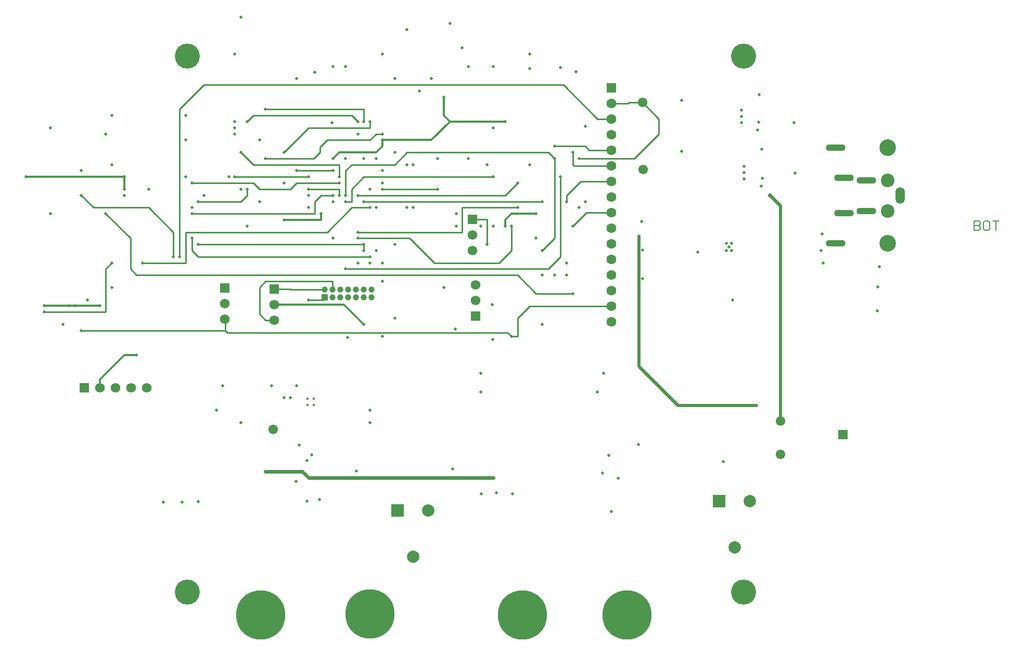
<source format=gbr>
%TF.GenerationSoftware,Altium Limited,Altium Designer,21.0.9 (235)*%
G04 Layer_Physical_Order=4*
G04 Layer_Color=16711680*
%FSLAX26Y26*%
%MOIN*%
%TF.SameCoordinates,617CA12B-F850-4EA5-9EC3-0E5FEE419536*%
%TF.FilePolarity,Positive*%
%TF.FileFunction,Copper,L4,Bot,Signal*%
%TF.Part,Single*%
G01*
G75*
%TA.AperFunction,Conductor*%
%ADD72C,0.012000*%
%ADD73C,0.010000*%
%ADD74C,0.020000*%
%ADD76C,0.022000*%
%TA.AperFunction,NonConductor*%
%ADD84C,0.006000*%
%TA.AperFunction,ComponentPad*%
%ADD85C,0.061024*%
%ADD86C,0.061654*%
%ADD87R,0.061654X0.061654*%
%TA.AperFunction,ViaPad*%
%ADD88C,0.160000*%
%TA.AperFunction,ComponentPad*%
%ADD89R,0.061024X0.061024*%
%ADD90C,0.062992*%
%ADD91R,0.062992X0.062992*%
%ADD92R,0.061811X0.061811*%
%ADD93C,0.061811*%
%ADD94C,0.086614*%
%ADD95C,0.106299*%
%ADD96O,0.059055X0.106299*%
%ADD97O,0.125984X0.043307*%
%ADD98C,0.314961*%
%ADD99C,0.039370*%
%ADD100R,0.039370X0.039370*%
%ADD101C,0.078740*%
%ADD102R,0.078740X0.078740*%
%TA.AperFunction,ViaPad*%
%ADD103C,0.020000*%
%ADD104C,0.028000*%
%ADD105C,0.019685*%
%ADD106C,0.015748*%
D72*
X1456693Y3346457D02*
X1496063D01*
X1299213D02*
X1456693D01*
X1811024Y4094488D02*
Y4173228D01*
X4251968Y3858268D02*
Y3897638D01*
X4291339Y3937008D01*
X4448819D01*
X1812480Y3031496D02*
X1889764D01*
X1655000Y2874016D02*
X1812480Y3031496D01*
X1655000Y2820000D02*
Y2874016D01*
X3219803Y3355000D02*
X3346457Y3228347D01*
X2770000Y3355000D02*
X3219803D01*
X1496063Y3346457D02*
X1653543D01*
X3858268Y4566929D02*
Y4685039D01*
Y4566929D02*
X3897638Y4527559D01*
X2834646Y3897638D02*
X3070866D01*
Y3937008D01*
X1181102Y4173228D02*
X1811024D01*
X3897638Y4527559D02*
X4251968D01*
X3464567Y4370079D02*
Y4409449D01*
X3425197Y4330709D02*
X3464567Y4370079D01*
X3188976Y4330709D02*
X3425197D01*
X3149606Y4291339D02*
X3188976Y4330709D01*
X3464567Y4409449D02*
X3503937D01*
X3779528D01*
X3897638Y4527559D01*
D73*
X2244095Y3700787D02*
X2283465Y3661417D01*
X3385827D01*
X2456945Y3188976D02*
X2470921Y3175000D01*
X4265945D01*
X4291339Y3149606D01*
X2244095Y3700787D02*
Y3779528D01*
X2283465Y3740157D02*
X3346457D01*
Y3700787D02*
Y3740157D01*
X3464567Y4094488D02*
X3818898D01*
X2879016Y3450000D02*
X3095000D01*
X2874016Y3455000D02*
X2879016Y3450000D01*
X2770000Y3455000D02*
X2874016D01*
X3145000Y3450000D02*
Y3503937D01*
X2716535D02*
X3145000D01*
X2677165Y3464567D02*
X2716535Y3503937D01*
X2677165Y3294370D02*
Y3464567D01*
Y3294370D02*
X2716535Y3255000D01*
X2770000D01*
X4448819Y3425197D02*
X4685039D01*
X4330709Y3543307D02*
X4448819Y3425197D01*
X1889764Y3543307D02*
X4330709D01*
X1850394Y3582677D02*
X1889764Y3543307D01*
X1850394Y3582677D02*
Y3779528D01*
X1692913Y3937008D02*
X1850394Y3779528D01*
X1692913Y3582677D02*
X1732284Y3622047D01*
X1692913Y3307087D02*
Y3582677D01*
X1299213Y3307087D02*
X1692913D01*
X3267716Y3976378D02*
X3385827D01*
X3110236Y3818898D02*
X3267716Y3976378D01*
X2204724Y3818898D02*
X3110236D01*
X2204724Y3622047D02*
Y3818898D01*
X1929134Y3622047D02*
X2204724D01*
X3070866Y4055118D02*
X3149606D01*
X3031496Y4015748D02*
X3070866Y4055118D01*
X3031496Y3937008D02*
Y4015748D01*
X2244095Y3937008D02*
X3031496D01*
X2913386Y4133858D02*
X3188976D01*
X2874016Y4094488D02*
X2913386Y4133858D01*
X2677165Y4094488D02*
X2874016D01*
X2637795Y4133858D02*
X2677165Y4094488D01*
X2244095Y4133858D02*
X2637795D01*
X1535433Y3188976D02*
X2440945D01*
X5044370Y4650000D02*
X5130000D01*
X5039370Y4645000D02*
X5044370Y4650000D01*
X4930000Y4645000D02*
X5039370D01*
X4330709Y3149606D02*
Y3266260D01*
X4409449Y3345000D01*
X4930000D01*
X4291339Y3149606D02*
X4330709D01*
X2455000Y3260000D02*
X2456945Y3258055D01*
Y3188976D02*
Y3258055D01*
X4724409Y4291339D02*
X5078740D01*
X5236221Y4448819D01*
Y4543779D01*
X5130000Y4650000D02*
X5236221Y4543779D01*
X2440945Y3188976D02*
X2456945D01*
X4040000Y3899833D02*
X4133858D01*
Y3740157D02*
Y3899833D01*
X1535433Y4055118D02*
X1614173Y3976378D01*
X1968504D01*
X2125984Y3818898D01*
Y3661417D02*
Y3818898D01*
X2913386Y4212598D02*
X3149606D01*
X3267716Y4566929D02*
X3307087Y4527559D01*
X2637795Y4566929D02*
X3267716D01*
X2598425Y4527559D02*
X2637795Y4566929D01*
X2716535Y4606299D02*
X3346457D01*
Y4527559D02*
Y4606299D01*
X2283465Y4015748D02*
X2559055D01*
X2598425Y4055118D01*
Y4094488D01*
X3080827Y3385827D02*
X3095000Y3400000D01*
X2992126Y3385827D02*
X3080827D01*
X4788858Y4345000D02*
X4930000D01*
X4763779Y4370079D02*
X4788858Y4345000D01*
X4566929Y4370079D02*
X4763779D01*
X4692008Y4245000D02*
X4930000D01*
X4685039Y4251968D02*
X4692008Y4245000D01*
X4685039Y4251968D02*
Y4330709D01*
X4735551Y4145000D02*
X4930000D01*
X4645669Y4055118D02*
X4735551Y4145000D01*
X4645669Y4015748D02*
Y4055118D01*
X4771772Y3945000D02*
X4930000D01*
X4685039Y3858268D02*
X4771772Y3945000D01*
X2716535Y4291339D02*
X3026031D01*
X3065401Y4330709D01*
Y4364614D01*
X3110236Y4409449D01*
X3385827D01*
X3425197Y4448819D01*
X3464567D01*
X2519685Y4173228D02*
X2992126D01*
X2834646Y4330709D02*
X2992126Y4488189D01*
X3385827D01*
Y4527559D01*
X3188976Y4173228D02*
Y4251968D01*
X2637795D02*
X3188976D01*
X2559055Y4330709D02*
X2637795Y4251968D01*
X3228347Y4055118D02*
Y4212598D01*
X3267716Y4251968D01*
X3543307D01*
X3622047Y4330709D01*
X4527559D01*
X4566929Y4291339D01*
Y3779528D02*
Y4291339D01*
X4488189Y3700787D02*
X4566929Y3779528D01*
X2992126Y4094488D02*
X3188976D01*
Y4055118D02*
Y4094488D01*
X3228347Y4015748D02*
X3267716D01*
Y4094488D01*
X3346457Y4173228D01*
X4173228D01*
X3228347Y3582677D02*
X4527559D01*
X4606299Y3661417D01*
Y4173228D01*
X3307087Y4055118D02*
X4251968D01*
X4330709Y4133858D01*
X3976378Y3976378D02*
X4330709D01*
X3976378Y3818898D02*
Y3976378D01*
X3307087Y3818898D02*
X3976378D01*
X4291339Y3700787D02*
Y3858268D01*
X4212598Y3622047D02*
X4291339Y3700787D01*
X3797195Y3622047D02*
X4212598D01*
X3639715Y3779528D02*
X3797195Y3622047D01*
X3307087Y3779528D02*
X3639715D01*
X3346457Y4015748D02*
X4488189D01*
X4842520Y4545000D02*
X4930000D01*
X4623740Y4763779D02*
X4842520Y4545000D01*
X2322835Y4763779D02*
X4623740D01*
X2165354Y4606299D02*
X2322835Y4763779D01*
X2165354Y3661417D02*
Y4606299D01*
D74*
X6015394Y2621394D02*
Y3988606D01*
X5949000Y4055000D02*
X6015394Y3988606D01*
X6012000Y2618000D02*
X6015394Y2621394D01*
X5358000Y2706000D02*
X5861000D01*
X5107000Y2957000D02*
Y3794000D01*
Y2957000D02*
X5358000Y2706000D01*
D76*
X2992126Y2244095D02*
X4173228D01*
X2952756Y2283465D02*
X2992126Y2244095D01*
X2716535Y2283465D02*
X2952756D01*
D84*
X7256000Y3890981D02*
Y3831000D01*
X7285990D01*
X7295987Y3840997D01*
Y3850994D01*
X7285990Y3860990D01*
X7256000D01*
X7285990D01*
X7295987Y3870987D01*
Y3880984D01*
X7285990Y3890981D01*
X7256000D01*
X7345971D02*
X7325977D01*
X7315981Y3880984D01*
Y3840997D01*
X7325977Y3831000D01*
X7345971D01*
X7355968Y3840997D01*
Y3880984D01*
X7345971Y3890981D01*
X7375961D02*
X7415948D01*
X7395955D01*
Y3831000D01*
D85*
X6015000Y2395000D02*
D03*
X5135000Y4220000D02*
D03*
X5130000Y4650000D02*
D03*
X2765000Y2555000D02*
D03*
X6015394Y2607220D02*
D03*
D86*
X1955000Y2820000D02*
D03*
X1855000D02*
D03*
X1755000D02*
D03*
X1655000D02*
D03*
D87*
X1555000D02*
D03*
D88*
X5778627Y1510592D02*
D03*
Y4948092D02*
D03*
X2216127D02*
D03*
Y1510592D02*
D03*
D89*
X6415000Y2521000D02*
D03*
D90*
X4930000Y3245000D02*
D03*
Y3345000D02*
D03*
Y3645000D02*
D03*
Y3745000D02*
D03*
Y3845000D02*
D03*
Y4045000D02*
D03*
Y4145000D02*
D03*
Y4345000D02*
D03*
Y4545000D02*
D03*
Y4645000D02*
D03*
Y4445000D02*
D03*
Y4245000D02*
D03*
Y3945000D02*
D03*
Y3545000D02*
D03*
Y3445000D02*
D03*
D91*
Y4745000D02*
D03*
D92*
X4060000Y3280000D02*
D03*
X4040000Y3899832D02*
D03*
X2770000Y3455000D02*
D03*
X2455000Y3460000D02*
D03*
D93*
X4060000Y3380000D02*
D03*
Y3480000D02*
D03*
X4040000Y3799832D02*
D03*
Y3699832D02*
D03*
X2770000Y3255000D02*
D03*
Y3355000D02*
D03*
X2455000Y3260000D02*
D03*
Y3360000D02*
D03*
D94*
X6702795Y4151850D02*
D03*
Y3955000D02*
D03*
D95*
Y4360512D02*
D03*
Y3746339D02*
D03*
D96*
X6781535Y4053425D02*
D03*
D97*
X6368150Y4360512D02*
D03*
Y3746339D02*
D03*
X6565000Y4151850D02*
D03*
Y3955000D02*
D03*
X6421299Y4167598D02*
D03*
Y3939252D02*
D03*
D98*
X4360000Y1365000D02*
D03*
X5030000D02*
D03*
X2685000D02*
D03*
X3385000Y1370000D02*
D03*
D99*
X3395000Y3450000D02*
D03*
Y3400000D02*
D03*
X3345000Y3450000D02*
D03*
Y3400000D02*
D03*
X3295000Y3450000D02*
D03*
Y3400000D02*
D03*
X3245000Y3450000D02*
D03*
Y3400000D02*
D03*
X3195000Y3450000D02*
D03*
Y3400000D02*
D03*
X3145000Y3450000D02*
D03*
Y3400000D02*
D03*
X3095000Y3450000D02*
D03*
D100*
Y3400000D02*
D03*
D101*
X5818425Y2093425D02*
D03*
X5720000Y1798150D02*
D03*
X3758425Y2033425D02*
D03*
X3660000Y1738150D02*
D03*
D102*
X5621575Y2093425D02*
D03*
X3561575Y2033425D02*
D03*
D103*
X4766000Y4498000D02*
D03*
X4704000Y4847000D02*
D03*
X4408000Y4869000D02*
D03*
X4604000Y4875000D02*
D03*
X3243000Y3144000D02*
D03*
X3933000Y3196000D02*
D03*
X4171000Y3132000D02*
D03*
X4168000Y3353000D02*
D03*
X2716535Y2283465D02*
D03*
X4173228Y2244095D02*
D03*
X3543307Y3267716D02*
D03*
Y3740157D02*
D03*
X2519685Y4527559D02*
D03*
X3346457Y4291339D02*
D03*
X2244095Y3779528D02*
D03*
X3385827Y3661417D02*
D03*
X3346457Y3740157D02*
D03*
X2283465D02*
D03*
X3346457Y3700787D02*
D03*
X3464567Y4094488D02*
D03*
X3818898D02*
D03*
X1692913Y3937008D02*
D03*
X4685039Y3425197D02*
D03*
X1299213Y3307087D02*
D03*
X1732284Y3622047D02*
D03*
X1929134D02*
D03*
X3385827Y3976378D02*
D03*
X2992126Y4055118D02*
D03*
X2322835D02*
D03*
X2244095Y3937008D02*
D03*
X3149606Y4055118D02*
D03*
X2992126Y3976378D02*
D03*
X2244095D02*
D03*
Y4133858D02*
D03*
X3188976D02*
D03*
X1811024Y4173228D02*
D03*
Y4094488D02*
D03*
X3149606Y4291339D02*
D03*
X3070866Y3937008D02*
D03*
X1456693Y3346457D02*
D03*
X1496063D02*
D03*
X1653543D02*
D03*
X4251968Y4527559D02*
D03*
X2834646Y3897638D02*
D03*
X4448819Y3937008D02*
D03*
X3858268Y4685039D02*
D03*
X3464567Y4409449D02*
D03*
X1811024Y4055118D02*
D03*
X1299213Y3346457D02*
D03*
X4251968Y3858268D02*
D03*
X1889764Y3031496D02*
D03*
X3346457Y3228347D02*
D03*
X3897638Y5157480D02*
D03*
X1181102Y4173228D02*
D03*
X4724409Y4291339D02*
D03*
Y3976378D02*
D03*
X4291339Y3149606D02*
D03*
X1535433Y3188976D02*
D03*
X3818898Y4291339D02*
D03*
X4015748D02*
D03*
X4133858Y3740157D02*
D03*
X3937008Y3858268D02*
D03*
X2125984Y3661417D02*
D03*
X1535433Y4055118D02*
D03*
X5861000Y2706000D02*
D03*
X5107000Y3794000D02*
D03*
X2913386Y4212598D02*
D03*
X3149606D02*
D03*
X2598425Y4527559D02*
D03*
X3307087D02*
D03*
X3346457D02*
D03*
X2716535Y4606299D02*
D03*
X3622047Y3976378D02*
D03*
X3661417D02*
D03*
X2598425Y4094488D02*
D03*
X2283465Y4015748D02*
D03*
X2992126Y3385827D02*
D03*
X3149606Y3779528D02*
D03*
X3464567Y3503937D02*
D03*
X3425197Y3700787D02*
D03*
X4566929Y4370079D02*
D03*
X4685039Y4330709D02*
D03*
X4645669Y4015748D02*
D03*
X4685039Y3858268D02*
D03*
X3976378Y5000000D02*
D03*
X3425197Y3976378D02*
D03*
X2834646Y4133858D02*
D03*
X3425197Y4291339D02*
D03*
X2480315Y4173228D02*
D03*
X3464567Y4448819D02*
D03*
X2716535Y4291339D02*
D03*
X3464567Y4960630D02*
D03*
X2992126Y4173228D02*
D03*
X2519685D02*
D03*
X3385827Y4527559D02*
D03*
X2834646Y4330709D02*
D03*
X2559055D02*
D03*
X3188976Y4173228D02*
D03*
X4488189Y3700787D02*
D03*
X4566929Y4291339D02*
D03*
X3228347Y4055118D02*
D03*
X4488189Y3543307D02*
D03*
X3464567Y3622047D02*
D03*
X3188976Y4055118D02*
D03*
X2992126Y4094488D02*
D03*
X4173228Y4173228D02*
D03*
X3228347Y4015748D02*
D03*
X4606299Y4173228D02*
D03*
X3228347Y3582677D02*
D03*
X4330709Y4133858D02*
D03*
X3307087Y4055118D02*
D03*
Y3818898D02*
D03*
X4330709Y3976378D02*
D03*
X3307087Y3779528D02*
D03*
X4291339Y3858268D02*
D03*
X3346457Y4015748D02*
D03*
X4488189D02*
D03*
X3464567Y4133858D02*
D03*
X2401575Y2677165D02*
D03*
X3385827Y4094488D02*
D03*
X2874016Y2755905D02*
D03*
X3661417Y4251968D02*
D03*
X4133858D02*
D03*
X3464567Y4212598D02*
D03*
X4094488Y3858268D02*
D03*
X4448819Y3779528D02*
D03*
X3622047Y4251968D02*
D03*
X2165354Y3661417D02*
D03*
X2559055Y4094488D02*
D03*
X1968504D02*
D03*
X4916000Y2389000D02*
D03*
X4876000Y2274000D02*
D03*
X4975000Y2240000D02*
D03*
X5648000Y2346000D02*
D03*
X5105000Y2458000D02*
D03*
X3141000Y4522000D02*
D03*
X5133000Y3521000D02*
D03*
Y3704000D02*
D03*
X5125000Y3889000D02*
D03*
X5381000Y4663000D02*
D03*
X5879000Y4701000D02*
D03*
X5869000Y4473000D02*
D03*
X5875000Y4525000D02*
D03*
X6103000Y4522000D02*
D03*
X5382000Y4337000D02*
D03*
X6107000Y4196000D02*
D03*
X5894000Y4351000D02*
D03*
X5890000Y4113000D02*
D03*
X5897000Y4163000D02*
D03*
X6634000Y3315000D02*
D03*
X6638000Y3468000D02*
D03*
X6648000Y3598000D02*
D03*
X6281000Y3809000D02*
D03*
X6275000Y3700000D02*
D03*
X6287000Y3620000D02*
D03*
X5484000Y3690000D02*
D03*
X4930000Y2026000D02*
D03*
X4099000Y2140000D02*
D03*
X3916000Y2302000D02*
D03*
X3299000Y2289000D02*
D03*
X2912905Y2222095D02*
D03*
X2980000Y2095000D02*
D03*
X3060000Y2103000D02*
D03*
X4298000Y2141000D02*
D03*
X4194000Y2147000D02*
D03*
X2931000Y2455000D02*
D03*
X3011000Y2392000D02*
D03*
X2980000Y2354000D02*
D03*
X2061000Y2086000D02*
D03*
X2180000Y2088000D02*
D03*
X2285000Y2090000D02*
D03*
X3543307Y4330709D02*
D03*
X3228347Y4291339D02*
D03*
X3149606Y4015748D02*
D03*
X3307087Y4448819D02*
D03*
X1732284Y4251968D02*
D03*
X1692913Y4448819D02*
D03*
X2204724Y4409449D02*
D03*
Y4173228D02*
D03*
X1732284Y4566929D02*
D03*
X2204724D02*
D03*
X4645669Y3622047D02*
D03*
X4409449Y4251968D02*
D03*
X1417323Y3228347D02*
D03*
X2913386Y2834646D02*
D03*
X1574803Y3385827D02*
D03*
X2834646Y2755905D02*
D03*
X2559055Y2598425D02*
D03*
X2519685Y4960630D02*
D03*
X4488189Y3228347D02*
D03*
X2440945Y2834646D02*
D03*
X4409449Y4960630D02*
D03*
X3228347Y4881890D02*
D03*
X3622047Y5118110D02*
D03*
X3937008Y3937008D02*
D03*
X3149606Y4881890D02*
D03*
X3031496Y4842520D02*
D03*
X3385827Y2598425D02*
D03*
X2559055Y5196850D02*
D03*
X4094488Y2913386D02*
D03*
X4173228Y4881890D02*
D03*
X3307087Y3622047D02*
D03*
X4015748Y4881890D02*
D03*
X2519685Y4488189D02*
D03*
X3385827Y3622047D02*
D03*
X3700787Y4724409D02*
D03*
X3543307Y4803150D02*
D03*
X4173228Y4488189D02*
D03*
X3385827Y2677165D02*
D03*
X2755905Y2834646D02*
D03*
X2677165Y4409449D02*
D03*
X4881890Y2913386D02*
D03*
X4094488Y2795276D02*
D03*
X2913386Y4803150D02*
D03*
X1338583Y3937008D02*
D03*
X3779528Y4803150D02*
D03*
X2519685Y4448819D02*
D03*
X1338583Y4488189D02*
D03*
X2677165Y4015748D02*
D03*
X4645669Y3543307D02*
D03*
X1732284Y3464567D02*
D03*
X4842520Y2795276D02*
D03*
X5708661Y3385827D02*
D03*
X4763779Y4015748D02*
D03*
X4566929Y3543307D02*
D03*
X4173228Y3858268D02*
D03*
X3464567Y3149606D02*
D03*
X2598425Y3858268D02*
D03*
X1535433Y4212598D02*
D03*
X3858268Y3464567D02*
D03*
D104*
X5949000Y4055000D02*
D03*
D105*
X5685000Y3724770D02*
D03*
X5667283Y3701148D02*
D03*
Y3748392D02*
D03*
X5702717D02*
D03*
Y3701148D02*
D03*
X5780000Y4241551D02*
D03*
Y4201000D02*
D03*
Y4160449D02*
D03*
X5765000Y4602102D02*
D03*
Y4561551D02*
D03*
Y4521000D02*
D03*
D106*
X3024685Y2712191D02*
D03*
X2985315D02*
D03*
X3024685Y2751561D02*
D03*
X2985315D02*
D03*
%TF.MD5,f79cab9fdf5d11d3744734e1f32537d9*%
M02*

</source>
